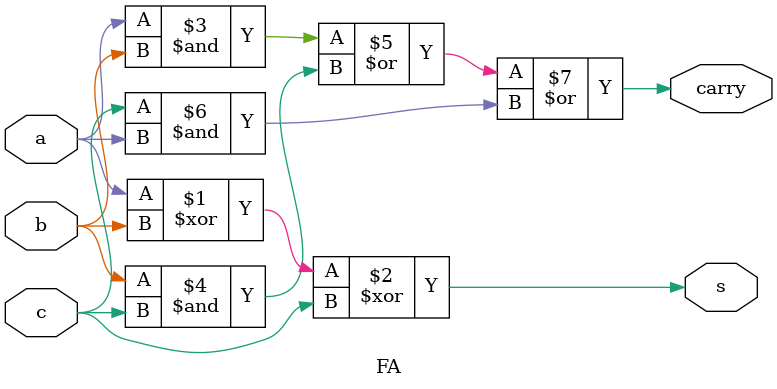
<source format=v>
module FA(a,b,c,s,carry);
input a,b,c;
output s,carry;
assign s=a^b^c;
assign carry=(a&b)|(b&c)|(c&a);
endmodule

</source>
